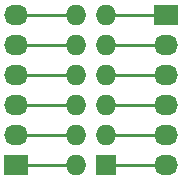
<source format=gbr>
G04 #@! TF.FileFunction,Copper,L2,Bot,Signal*
%FSLAX46Y46*%
G04 Gerber Fmt 4.6, Leading zero omitted, Abs format (unit mm)*
G04 Created by KiCad (PCBNEW 4.0.1-stable) date 12/25/2016 9:29:24 PM*
%MOMM*%
G01*
G04 APERTURE LIST*
%ADD10C,0.100000*%
%ADD11R,2.032000X1.727200*%
%ADD12O,2.032000X1.727200*%
%ADD13R,1.727200X1.727200*%
%ADD14O,1.727200X1.727200*%
%ADD15C,0.250000*%
G04 APERTURE END LIST*
D10*
D11*
X15240000Y0D03*
D12*
X15240000Y-2540000D03*
X15240000Y-5080000D03*
X15240000Y-7620000D03*
X15240000Y-10160000D03*
X15240000Y-12700000D03*
D11*
X2540000Y-12700000D03*
D12*
X2540000Y-10160000D03*
X2540000Y-7620000D03*
X2540000Y-5080000D03*
X2540000Y-2540000D03*
X2540000Y0D03*
D13*
X10160000Y-12700000D03*
D14*
X7620000Y-12700000D03*
X10160000Y-10160000D03*
X7620000Y-10160000D03*
X10160000Y-7620000D03*
X7620000Y-7620000D03*
X10160000Y-5080000D03*
X7620000Y-5080000D03*
X10160000Y-2540000D03*
X7620000Y-2540000D03*
X10160000Y0D03*
X7620000Y0D03*
D15*
X10160000Y0D02*
X15240000Y0D01*
X15240000Y-2540000D02*
X10160000Y-2540000D01*
X10160000Y-5080000D02*
X15240000Y-5080000D01*
X10160000Y-7620000D02*
X15240000Y-7620000D01*
X10160000Y-10160000D02*
X15240000Y-10160000D01*
X10160000Y-12700000D02*
X15240000Y-12700000D01*
X2540000Y-12700000D02*
X7620000Y-12700000D01*
X2540000Y-10160000D02*
X7620000Y-10160000D01*
X2540000Y-7620000D02*
X7620000Y-7620000D01*
X2540000Y-5080000D02*
X7620000Y-5080000D01*
X7620000Y-2540000D02*
X2540000Y-2540000D01*
X2540000Y0D02*
X7620000Y0D01*
M02*

</source>
